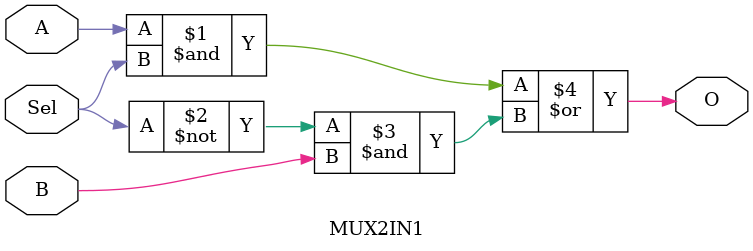
<source format=v>
`timescale 1ns / 1ps


module MUX2IN1(
       input A,
       input B,
       input Sel,
       output O
    );
 assign O = (A & Sel) | (~Sel & B);
endmodule

</source>
